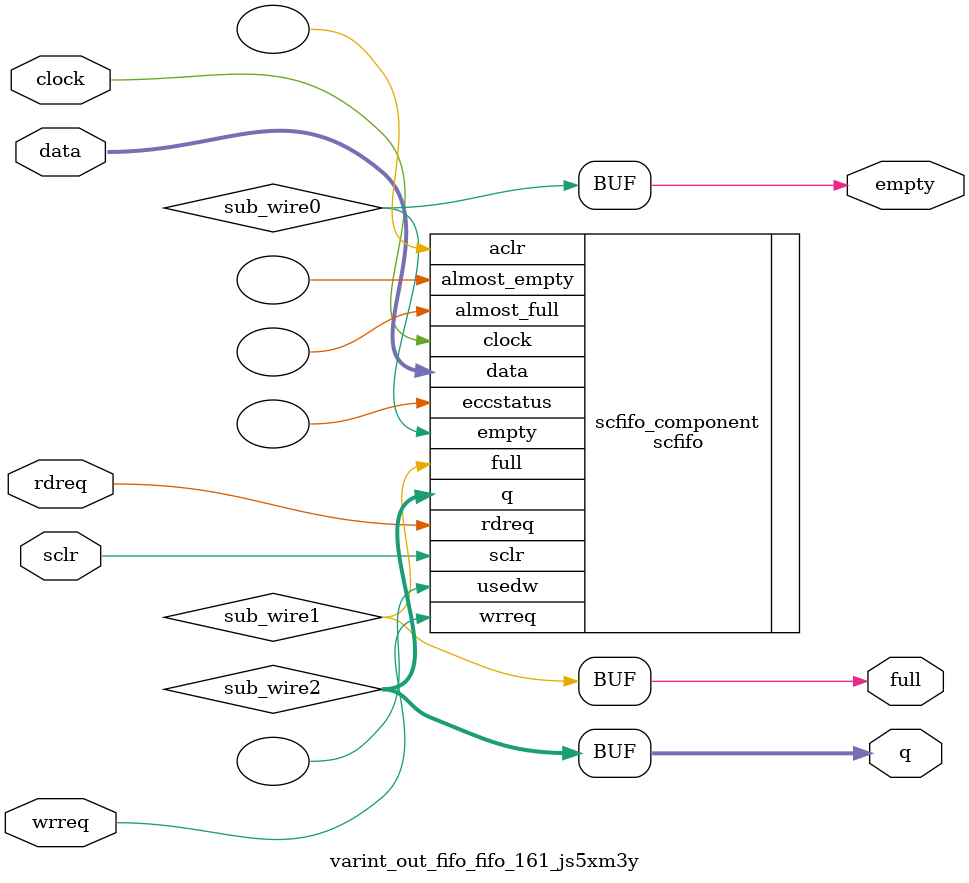
<source format=v>



`timescale 1 ps / 1 ps
// synopsys translate_on
module  varint_out_fifo_fifo_161_js5xm3y  (
    clock,
    data,
    rdreq,
    sclr,
    wrreq,
    empty,
    full,
    q);

    input    clock;
    input  [7:0]  data;
    input    rdreq;
    input    sclr;
    input    wrreq;
    output   empty;
    output   full;
    output [7:0]  q;

    wire  sub_wire0;
    wire  sub_wire1;
    wire [7:0] sub_wire2;
    wire  empty = sub_wire0;
    wire  full = sub_wire1;
    wire [7:0] q = sub_wire2[7:0];

    scfifo  scfifo_component (
                .clock (clock),
                .data (data),
                .rdreq (rdreq),
                .sclr (sclr),
                .wrreq (wrreq),
                .empty (sub_wire0),
                .full (sub_wire1),
                .q (sub_wire2),
                .aclr (),
                .almost_empty (),
                .almost_full (),
                .eccstatus (),
                .usedw ());
    defparam
        scfifo_component.add_ram_output_register  = "ON",
        scfifo_component.enable_ecc  = "FALSE",
        scfifo_component.intended_device_family  = "Arria 10",
        scfifo_component.lpm_numwords  = 4096,
        scfifo_component.lpm_showahead  = "OFF",
        scfifo_component.lpm_type  = "scfifo",
        scfifo_component.lpm_width  = 8,
        scfifo_component.lpm_widthu  = 12,
        scfifo_component.overflow_checking  = "ON",
        scfifo_component.underflow_checking  = "ON",
        scfifo_component.use_eab  = "ON";


endmodule



</source>
